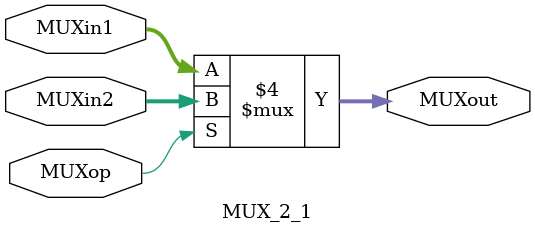
<source format=v>
module MUX_2_1
(
	input [WIDTH-1:0] MUXin1,
	input [WIDTH-1:0] MUXin2,
	input MUXop,
	output reg [WIDTH-1:0] MUXout
);
parameter WIDTH=32;

	always@(MUXin1 or MUXop or MUXin2)
		if(MUXop==1'b0)
			MUXout=MUXin1;
		else 
			MUXout=MUXin2;
			
endmodule 
</source>
